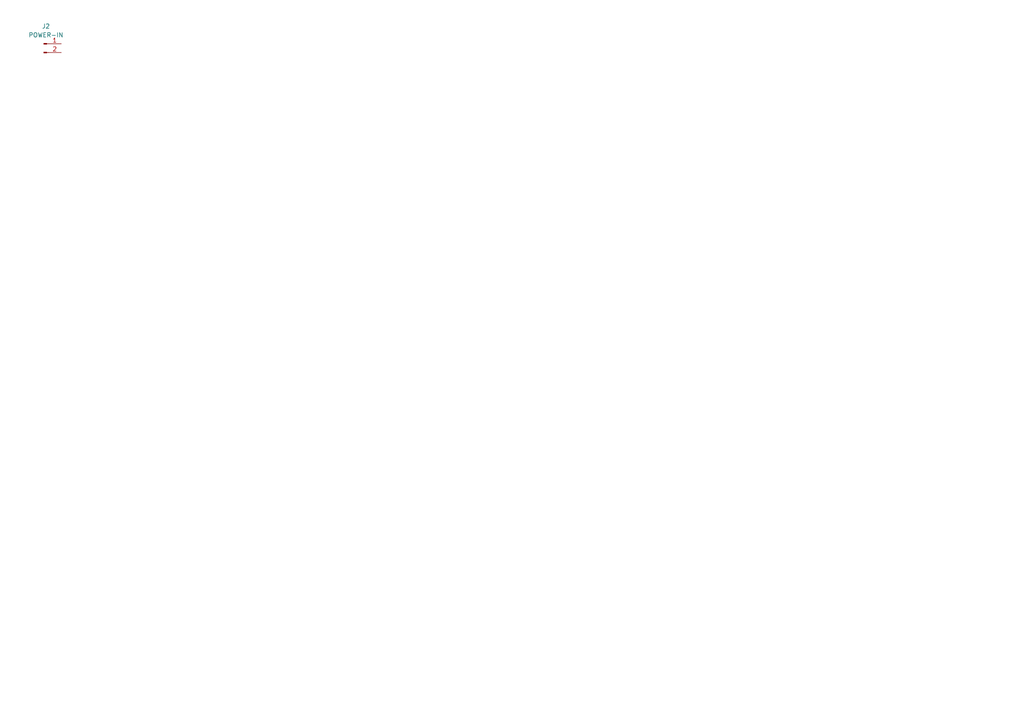
<source format=kicad_sch>
(kicad_sch (version 20250114) (generator "eeschema") (generator_version "9.0")
  (paper "A4")
  (lib_symbols
    (symbol "Connector:Conn_01x02_Pin" (pin_names (offset 1.016) (hide yes))
      (property "Reference" "J" (at 0 2.54 0))
      (property "Value" "Conn_01x02_Pin" (at 0 -5.08 0))
      (symbol "Conn_01x02_Pin_1_1"
        (rectangle (start 0.8636 0.127) (end 0 -0.127) (stroke (width 0.1524)) (fill (type outline)))
        (rectangle (start 0.8636 -2.413) (end 0 -2.667) (stroke (width 0.1524)) (fill (type outline)))
        (polyline (pts (xy 1.27 0) (xy 0.8636 0)) (stroke (width 0.1524)))
        (polyline (pts (xy 1.27 -2.54) (xy 0.8636 -2.54)) (stroke (width 0.1524)))
        (pin passive line (at 5.08 0 180) (length 3.81) (name "Pin_1") (number "1"))
        (pin passive line (at 5.08 -2.54 180) (length 3.81) (name "Pin_2") (number "2"))
      )
    )
  )
  (symbol (lib_id "Connector:Conn_01x02_Pin") (at 12.7 12.7 0) (unit 1)
    (property "Reference" "J2" (at 13.335 7.62 0))
    (property "Value" "POWER-IN" (at 13.335 10.16 0))
    (property "Footprint" "Connector_PinHeader_2.54mm:PinHeader_1x02_P2.54mm_Vertical" (effects (hide yes)))
    (property "Description" "Generic connector, single row, 01x02, script generated" (effects (hide yes)))
  )
)
</source>
